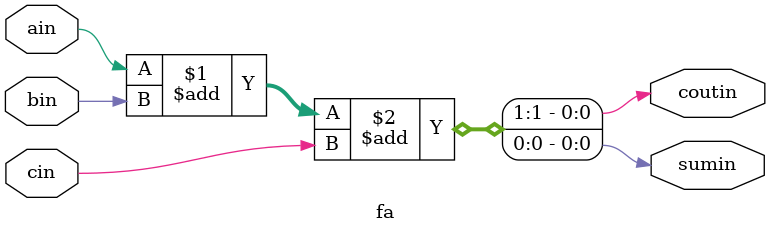
<source format=v>
module top_module (
    input [3:0] x,
    input [3:0] y, 
    output [4:0] sum);
    wire cout[3:0];
    genvar i;
    fa f0(x[0],y[0],1'b0,cout[0],sum[0]);
    generate
        for (i=1;i<4;i=i+1)
            begin: gen_loop
                fa fa_inst(x[i],y[i],cout[i-1],cout[i],sum[i]);
            end
    endgenerate
    assign sum[4]=cout[3];

endmodule
module fa(ain,bin,cin,coutin,sumin);
    input ain,bin,cin;
    output coutin,sumin;
    assign {coutin,sumin}=ain+bin+cin;
endmodule
// or just sum=x+y, rolf -_-
</source>
